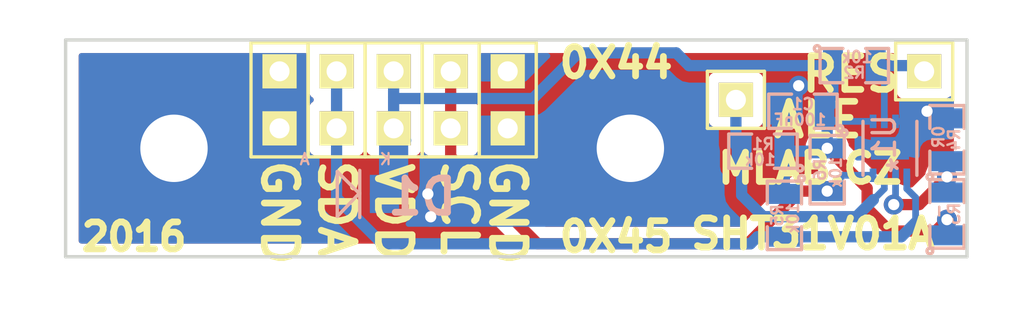
<source format=kicad_pcb>
(kicad_pcb (version 4) (host pcbnew 4.0.1-stable)

  (general
    (links 32)
    (no_connects 0)
    (area 117.475 79.297 164.005143 93.980001)
    (thickness 1.6)
    (drawings 16)
    (tracks 82)
    (zones 0)
    (modules 18)
    (nets 8)
  )

  (page A4)
  (layers
    (0 F.Cu signal)
    (31 B.Cu signal)
    (32 B.Adhes user)
    (33 F.Adhes user)
    (34 B.Paste user)
    (35 F.Paste user)
    (36 B.SilkS user)
    (37 F.SilkS user)
    (38 B.Mask user hide)
    (39 F.Mask user)
    (40 Dwgs.User user)
    (41 Cmts.User user)
    (42 Eco1.User user)
    (43 Eco2.User user)
    (44 Edge.Cuts user)
    (45 Margin user)
    (46 B.CrtYd user)
    (47 F.CrtYd user)
    (48 B.Fab user)
    (49 F.Fab user)
  )

  (setup
    (last_trace_width 0.3)
    (user_trace_width 0.3)
    (user_trace_width 0.4)
    (user_trace_width 0.5)
    (user_trace_width 0.6)
    (user_trace_width 1.3)
    (trace_clearance 0.2)
    (zone_clearance 0.508)
    (zone_45_only yes)
    (trace_min 0.2)
    (segment_width 0.2)
    (edge_width 0.15)
    (via_size 0.89)
    (via_drill 0.5)
    (via_min_size 0.4)
    (via_min_drill 0.3)
    (uvia_size 0.3)
    (uvia_drill 0.127)
    (uvias_allowed no)
    (uvia_min_size 0.2)
    (uvia_min_drill 0.1)
    (pcb_text_width 0.3)
    (pcb_text_size 1.5 1.5)
    (mod_edge_width 0.15)
    (mod_text_size 1 1)
    (mod_text_width 0.15)
    (pad_size 1.524 1.524)
    (pad_drill 0.762)
    (pad_to_mask_clearance 0.12)
    (aux_axis_origin 0 0)
    (visible_elements 7FFFFF7F)
    (pcbplotparams
      (layerselection 0x010e0_80000001)
      (usegerberextensions false)
      (excludeedgelayer true)
      (linewidth 0.300000)
      (plotframeref false)
      (viasonmask false)
      (mode 1)
      (useauxorigin false)
      (hpglpennumber 1)
      (hpglpenspeed 20)
      (hpglpendiameter 15)
      (hpglpenoverlay 2)
      (psnegative false)
      (psa4output false)
      (plotreference true)
      (plotvalue true)
      (plotinvisibletext false)
      (padsonsilk false)
      (subtractmaskfromsilk false)
      (outputformat 1)
      (mirror false)
      (drillshape 0)
      (scaleselection 1)
      (outputdirectory ../CAM_PROFI/))
  )

  (net 0 "")
  (net 1 /ALERT)
  (net 2 /nRESET)
  (net 3 +3V3)
  (net 4 /SDA)
  (net 5 /SCL)
  (net 6 GND)
  (net 7 "Net-(R3-Pad2)")

  (net_class Default "Toto je výchozí třída sítě."
    (clearance 0.2)
    (trace_width 0.3)
    (via_dia 0.89)
    (via_drill 0.5)
    (uvia_dia 0.3)
    (uvia_drill 0.127)
    (add_net +3V3)
    (add_net /ALERT)
    (add_net /SCL)
    (add_net /SDA)
    (add_net /nRESET)
    (add_net GND)
    (add_net "Net-(R3-Pad2)")
  )

  (module Mlab_Pin_Headers:Straight_1x01 (layer F.Cu) (tedit 56C1CC54) (tstamp 56C25D40)
    (at 150.241 84.582)
    (descr "pin header straight 1x01")
    (tags "pin header straight 1x01")
    (path /56C1A5C2)
    (fp_text reference J1 (at 0 -2.54) (layer F.SilkS) hide
      (effects (font (size 1.5 1.5) (thickness 0.15)))
    )
    (fp_text value CONN1_1 (at 0 2.54) (layer F.SilkS) hide
      (effects (font (size 1.5 1.5) (thickness 0.15)))
    )
    (fp_text user 1 (at -1.651 0) (layer F.SilkS) hide
      (effects (font (size 0.5 0.5) (thickness 0.05)))
    )
    (fp_line (start -1.27 -1.27) (end 1.27 -1.27) (layer F.SilkS) (width 0.15))
    (fp_line (start 1.27 -1.27) (end 1.27 1.27) (layer F.SilkS) (width 0.15))
    (fp_line (start 1.27 1.27) (end -1.27 1.27) (layer F.SilkS) (width 0.15))
    (fp_line (start -1.27 1.27) (end -1.27 -1.27) (layer F.SilkS) (width 0.15))
    (pad 1 thru_hole rect (at 0 0) (size 1.524 1.524) (drill 0.889) (layers *.Cu *.Mask F.SilkS)
      (net 1 /ALERT))
    (model Pin_Headers/Pin_Header_Straight_1x01.wrl
      (at (xyz 0 0 0))
      (scale (xyz 1 1 1))
      (rotate (xyz 0 0 90))
    )
  )

  (module Mlab_Pin_Headers:Straight_1x01 (layer F.Cu) (tedit 56C1CC5F) (tstamp 56C25D4A)
    (at 158.623 83.312)
    (descr "pin header straight 1x01")
    (tags "pin header straight 1x01")
    (path /56C1A764)
    (fp_text reference J2 (at 0 -2.54) (layer F.SilkS) hide
      (effects (font (size 1.5 1.5) (thickness 0.15)))
    )
    (fp_text value CONN1_1 (at 0 2.54) (layer F.SilkS) hide
      (effects (font (size 1.5 1.5) (thickness 0.15)))
    )
    (fp_text user 1 (at -1.651 0) (layer F.SilkS) hide
      (effects (font (size 0.5 0.5) (thickness 0.05)))
    )
    (fp_line (start -1.27 -1.27) (end 1.27 -1.27) (layer F.SilkS) (width 0.15))
    (fp_line (start 1.27 -1.27) (end 1.27 1.27) (layer F.SilkS) (width 0.15))
    (fp_line (start 1.27 1.27) (end -1.27 1.27) (layer F.SilkS) (width 0.15))
    (fp_line (start -1.27 1.27) (end -1.27 -1.27) (layer F.SilkS) (width 0.15))
    (pad 1 thru_hole rect (at 0 0) (size 1.524 1.524) (drill 0.889) (layers *.Cu *.Mask F.SilkS)
      (net 2 /nRESET))
    (model Pin_Headers/Pin_Header_Straight_1x01.wrl
      (at (xyz 0 0 0))
      (scale (xyz 1 1 1))
      (rotate (xyz 0 0 90))
    )
  )

  (module Mlab_Pin_Headers:Straight_1x02 (layer F.Cu) (tedit 5535DB0D) (tstamp 56C25D73)
    (at 135.001 84.582)
    (descr "pin header straight 1x02")
    (tags "pin header straight 1x02")
    (path /56C19DA8)
    (fp_text reference J9 (at 0 -3.81) (layer F.SilkS) hide
      (effects (font (size 1.5 1.5) (thickness 0.15)))
    )
    (fp_text value JUMP_2x1 (at 0 3.81) (layer F.SilkS) hide
      (effects (font (size 1.5 1.5) (thickness 0.15)))
    )
    (fp_text user 1 (at -1.651 -1.27) (layer F.SilkS) hide
      (effects (font (size 0.5 0.5) (thickness 0.05)))
    )
    (fp_line (start -1.27 -2.54) (end 1.27 -2.54) (layer F.SilkS) (width 0.15))
    (fp_line (start 1.27 -2.54) (end 1.27 2.54) (layer F.SilkS) (width 0.15))
    (fp_line (start 1.27 2.54) (end -1.27 2.54) (layer F.SilkS) (width 0.15))
    (fp_line (start -1.27 2.54) (end -1.27 -2.54) (layer F.SilkS) (width 0.15))
    (pad 2 thru_hole rect (at 0 1.27) (size 1.524 1.524) (drill 0.889) (layers *.Cu *.Mask F.SilkS)
      (net 3 +3V3))
    (pad 1 thru_hole rect (at 0 -1.27) (size 1.524 1.524) (drill 0.889) (layers *.Cu *.Mask F.SilkS)
      (net 3 +3V3))
    (model Pin_Headers/Pin_Header_Straight_1x02.wrl
      (at (xyz 0 0 0))
      (scale (xyz 1 1 1))
      (rotate (xyz 0 0 90))
    )
  )

  (module Mlab_Pin_Headers:Straight_1x02 (layer F.Cu) (tedit 5535DB0D) (tstamp 56C25D7E)
    (at 132.461 84.582)
    (descr "pin header straight 1x02")
    (tags "pin header straight 1x02")
    (path /56C19B98)
    (fp_text reference J10 (at 0 -3.81) (layer F.SilkS) hide
      (effects (font (size 1.5 1.5) (thickness 0.15)))
    )
    (fp_text value JUMP_2x1 (at 0 3.81) (layer F.SilkS) hide
      (effects (font (size 1.5 1.5) (thickness 0.15)))
    )
    (fp_text user 1 (at -1.651 -1.27) (layer F.SilkS) hide
      (effects (font (size 0.5 0.5) (thickness 0.05)))
    )
    (fp_line (start -1.27 -2.54) (end 1.27 -2.54) (layer F.SilkS) (width 0.15))
    (fp_line (start 1.27 -2.54) (end 1.27 2.54) (layer F.SilkS) (width 0.15))
    (fp_line (start 1.27 2.54) (end -1.27 2.54) (layer F.SilkS) (width 0.15))
    (fp_line (start -1.27 2.54) (end -1.27 -2.54) (layer F.SilkS) (width 0.15))
    (pad 2 thru_hole rect (at 0 1.27) (size 1.524 1.524) (drill 0.889) (layers *.Cu *.Mask F.SilkS)
      (net 4 /SDA))
    (pad 1 thru_hole rect (at 0 -1.27) (size 1.524 1.524) (drill 0.889) (layers *.Cu *.Mask F.SilkS)
      (net 4 /SDA))
    (model Pin_Headers/Pin_Header_Straight_1x02.wrl
      (at (xyz 0 0 0))
      (scale (xyz 1 1 1))
      (rotate (xyz 0 0 90))
    )
  )

  (module Mlab_Pin_Headers:Straight_1x02 (layer F.Cu) (tedit 5535DB0D) (tstamp 56C25D89)
    (at 137.541 84.582)
    (descr "pin header straight 1x02")
    (tags "pin header straight 1x02")
    (path /56C19D85)
    (fp_text reference J11 (at 0 -3.81) (layer F.SilkS) hide
      (effects (font (size 1.5 1.5) (thickness 0.15)))
    )
    (fp_text value JUMP_2x1 (at 0 3.81) (layer F.SilkS) hide
      (effects (font (size 1.5 1.5) (thickness 0.15)))
    )
    (fp_text user 1 (at -1.651 -1.27) (layer F.SilkS) hide
      (effects (font (size 0.5 0.5) (thickness 0.05)))
    )
    (fp_line (start -1.27 -2.54) (end 1.27 -2.54) (layer F.SilkS) (width 0.15))
    (fp_line (start 1.27 -2.54) (end 1.27 2.54) (layer F.SilkS) (width 0.15))
    (fp_line (start 1.27 2.54) (end -1.27 2.54) (layer F.SilkS) (width 0.15))
    (fp_line (start -1.27 2.54) (end -1.27 -2.54) (layer F.SilkS) (width 0.15))
    (pad 2 thru_hole rect (at 0 1.27) (size 1.524 1.524) (drill 0.889) (layers *.Cu *.Mask F.SilkS)
      (net 5 /SCL))
    (pad 1 thru_hole rect (at 0 -1.27) (size 1.524 1.524) (drill 0.889) (layers *.Cu *.Mask F.SilkS)
      (net 5 /SCL))
    (model Pin_Headers/Pin_Header_Straight_1x02.wrl
      (at (xyz 0 0 0))
      (scale (xyz 1 1 1))
      (rotate (xyz 0 0 90))
    )
  )

  (module Mlab_Pin_Headers:Straight_1x02 (layer F.Cu) (tedit 5535DB0D) (tstamp 56C25D94)
    (at 129.921 84.582)
    (descr "pin header straight 1x02")
    (tags "pin header straight 1x02")
    (path /56C19E76)
    (fp_text reference J12 (at 0 -3.81) (layer F.SilkS) hide
      (effects (font (size 1.5 1.5) (thickness 0.15)))
    )
    (fp_text value JUMP_2x1 (at 0 3.81) (layer F.SilkS) hide
      (effects (font (size 1.5 1.5) (thickness 0.15)))
    )
    (fp_text user 1 (at -1.651 -1.27) (layer F.SilkS) hide
      (effects (font (size 0.5 0.5) (thickness 0.05)))
    )
    (fp_line (start -1.27 -2.54) (end 1.27 -2.54) (layer F.SilkS) (width 0.15))
    (fp_line (start 1.27 -2.54) (end 1.27 2.54) (layer F.SilkS) (width 0.15))
    (fp_line (start 1.27 2.54) (end -1.27 2.54) (layer F.SilkS) (width 0.15))
    (fp_line (start -1.27 2.54) (end -1.27 -2.54) (layer F.SilkS) (width 0.15))
    (pad 2 thru_hole rect (at 0 1.27) (size 1.524 1.524) (drill 0.889) (layers *.Cu *.Mask F.SilkS)
      (net 6 GND))
    (pad 1 thru_hole rect (at 0 -1.27) (size 1.524 1.524) (drill 0.889) (layers *.Cu *.Mask F.SilkS)
      (net 6 GND))
    (model Pin_Headers/Pin_Header_Straight_1x02.wrl
      (at (xyz 0 0 0))
      (scale (xyz 1 1 1))
      (rotate (xyz 0 0 90))
    )
  )

  (module Mlab_Pin_Headers:Straight_1x02 (layer F.Cu) (tedit 5535DB0D) (tstamp 56C25D9F)
    (at 140.081 84.582)
    (descr "pin header straight 1x02")
    (tags "pin header straight 1x02")
    (path /56C19E9B)
    (fp_text reference J13 (at 0 -3.81) (layer F.SilkS) hide
      (effects (font (size 1.5 1.5) (thickness 0.15)))
    )
    (fp_text value JUMP_2x1 (at 0 3.81) (layer F.SilkS) hide
      (effects (font (size 1.5 1.5) (thickness 0.15)))
    )
    (fp_text user 1 (at -1.651 -1.27) (layer F.SilkS) hide
      (effects (font (size 0.5 0.5) (thickness 0.05)))
    )
    (fp_line (start -1.27 -2.54) (end 1.27 -2.54) (layer F.SilkS) (width 0.15))
    (fp_line (start 1.27 -2.54) (end 1.27 2.54) (layer F.SilkS) (width 0.15))
    (fp_line (start 1.27 2.54) (end -1.27 2.54) (layer F.SilkS) (width 0.15))
    (fp_line (start -1.27 2.54) (end -1.27 -2.54) (layer F.SilkS) (width 0.15))
    (pad 2 thru_hole rect (at 0 1.27) (size 1.524 1.524) (drill 0.889) (layers *.Cu *.Mask F.SilkS)
      (net 6 GND))
    (pad 1 thru_hole rect (at 0 -1.27) (size 1.524 1.524) (drill 0.889) (layers *.Cu *.Mask F.SilkS)
      (net 6 GND))
    (model Pin_Headers/Pin_Header_Straight_1x02.wrl
      (at (xyz 0 0 0))
      (scale (xyz 1 1 1))
      (rotate (xyz 0 0 90))
    )
  )

  (module Mlab_Mechanical:MountingHole_3mm placed (layer F.Cu) (tedit 5535DB2C) (tstamp 56C25DA5)
    (at 145.542 86.741)
    (descr "Mounting hole, Befestigungsbohrung, 3mm, No Annular, Kein Restring,")
    (tags "Mounting hole, Befestigungsbohrung, 3mm, No Annular, Kein Restring,")
    (path /56C1C849)
    (fp_text reference M1 (at 0 -4.191) (layer F.SilkS) hide
      (effects (font (thickness 0.3048)))
    )
    (fp_text value HOLE (at 0 4.191) (layer F.SilkS) hide
      (effects (font (thickness 0.3048)))
    )
    (fp_circle (center 0 0) (end 2.99974 0) (layer Cmts.User) (width 0.381))
    (pad 1 thru_hole circle (at 0 0) (size 6 6) (drill 3) (layers *.Cu *.Adhes *.Mask)
      (net 6 GND) (clearance 1) (zone_connect 2))
  )

  (module Mlab_Mechanical:MountingHole_3mm placed (layer F.Cu) (tedit 5535DB2C) (tstamp 56C25DAB)
    (at 125.222 86.741)
    (descr "Mounting hole, Befestigungsbohrung, 3mm, No Annular, Kein Restring,")
    (tags "Mounting hole, Befestigungsbohrung, 3mm, No Annular, Kein Restring,")
    (path /56C1CA93)
    (fp_text reference M2 (at 0 -4.191) (layer F.SilkS) hide
      (effects (font (thickness 0.3048)))
    )
    (fp_text value HOLE (at 0 4.191) (layer F.SilkS) hide
      (effects (font (thickness 0.3048)))
    )
    (fp_circle (center 0 0) (end 2.99974 0) (layer Cmts.User) (width 0.381))
    (pad 1 thru_hole circle (at 0 0) (size 6 6) (drill 3) (layers *.Cu *.Adhes *.Mask)
      (net 6 GND) (clearance 1) (zone_connect 2))
  )

  (module Mlab_R:SMD-0805 (layer B.Cu) (tedit 54799E0C) (tstamp 56C25DB8)
    (at 151.4475 86.868 180)
    (path /56C1BBCA)
    (attr smd)
    (fp_text reference R1 (at 0 0.3175 180) (layer B.SilkS)
      (effects (font (size 0.50038 0.50038) (thickness 0.10922)) (justify mirror))
    )
    (fp_text value 10k (at 0.127 -0.381 180) (layer B.SilkS)
      (effects (font (size 0.50038 0.50038) (thickness 0.10922)) (justify mirror))
    )
    (fp_circle (center -1.651 -0.762) (end -1.651 -0.635) (layer B.SilkS) (width 0.15))
    (fp_line (start -0.508 -0.762) (end -1.524 -0.762) (layer B.SilkS) (width 0.15))
    (fp_line (start -1.524 -0.762) (end -1.524 0.762) (layer B.SilkS) (width 0.15))
    (fp_line (start -1.524 0.762) (end -0.508 0.762) (layer B.SilkS) (width 0.15))
    (fp_line (start 0.508 0.762) (end 1.524 0.762) (layer B.SilkS) (width 0.15))
    (fp_line (start 1.524 0.762) (end 1.524 -0.762) (layer B.SilkS) (width 0.15))
    (fp_line (start 1.524 -0.762) (end 0.508 -0.762) (layer B.SilkS) (width 0.15))
    (pad 1 smd rect (at -0.9525 0 180) (size 0.889 1.397) (layers B.Cu B.Paste B.Mask)
      (net 3 +3V3))
    (pad 2 smd rect (at 0.9525 0 180) (size 0.889 1.397) (layers B.Cu B.Paste B.Mask)
      (net 1 /ALERT))
    (model MLAB_3D/Resistors/chip_cms.wrl
      (at (xyz 0 0 0))
      (scale (xyz 0.1 0.1 0.1))
      (rotate (xyz 0 0 0))
    )
  )

  (module Mlab_R:SMD-0805 (layer B.Cu) (tedit 54799E0C) (tstamp 56C25DC5)
    (at 155.5115 83.058)
    (path /56C1BBD0)
    (attr smd)
    (fp_text reference R2 (at 0 0.3175) (layer B.SilkS)
      (effects (font (size 0.50038 0.50038) (thickness 0.10922)) (justify mirror))
    )
    (fp_text value 10k (at 0.127 -0.381) (layer B.SilkS)
      (effects (font (size 0.50038 0.50038) (thickness 0.10922)) (justify mirror))
    )
    (fp_circle (center -1.651 -0.762) (end -1.651 -0.635) (layer B.SilkS) (width 0.15))
    (fp_line (start -0.508 -0.762) (end -1.524 -0.762) (layer B.SilkS) (width 0.15))
    (fp_line (start -1.524 -0.762) (end -1.524 0.762) (layer B.SilkS) (width 0.15))
    (fp_line (start -1.524 0.762) (end -0.508 0.762) (layer B.SilkS) (width 0.15))
    (fp_line (start 0.508 0.762) (end 1.524 0.762) (layer B.SilkS) (width 0.15))
    (fp_line (start 1.524 0.762) (end 1.524 -0.762) (layer B.SilkS) (width 0.15))
    (fp_line (start 1.524 -0.762) (end 0.508 -0.762) (layer B.SilkS) (width 0.15))
    (pad 1 smd rect (at -0.9525 0) (size 0.889 1.397) (layers B.Cu B.Paste B.Mask)
      (net 3 +3V3))
    (pad 2 smd rect (at 0.9525 0) (size 0.889 1.397) (layers B.Cu B.Paste B.Mask)
      (net 2 /nRESET))
    (model MLAB_3D/Resistors/chip_cms.wrl
      (at (xyz 0 0 0))
      (scale (xyz 0.1 0.1 0.1))
      (rotate (xyz 0 0 0))
    )
  )

  (module Mlab_R:SMD-0805 (layer B.Cu) (tedit 54799E0C) (tstamp 56C25DD2)
    (at 159.639 89.662 90)
    (path /56C1A90F)
    (attr smd)
    (fp_text reference R3 (at 0 0.3175 90) (layer B.SilkS)
      (effects (font (size 0.50038 0.50038) (thickness 0.10922)) (justify mirror))
    )
    (fp_text value - (at 0.127 -0.381 90) (layer B.SilkS)
      (effects (font (size 0.50038 0.50038) (thickness 0.10922)) (justify mirror))
    )
    (fp_circle (center -1.651 -0.762) (end -1.651 -0.635) (layer B.SilkS) (width 0.15))
    (fp_line (start -0.508 -0.762) (end -1.524 -0.762) (layer B.SilkS) (width 0.15))
    (fp_line (start -1.524 -0.762) (end -1.524 0.762) (layer B.SilkS) (width 0.15))
    (fp_line (start -1.524 0.762) (end -0.508 0.762) (layer B.SilkS) (width 0.15))
    (fp_line (start 0.508 0.762) (end 1.524 0.762) (layer B.SilkS) (width 0.15))
    (fp_line (start 1.524 0.762) (end 1.524 -0.762) (layer B.SilkS) (width 0.15))
    (fp_line (start 1.524 -0.762) (end 0.508 -0.762) (layer B.SilkS) (width 0.15))
    (pad 1 smd rect (at -0.9525 0 90) (size 0.889 1.397) (layers B.Cu B.Paste B.Mask)
      (net 3 +3V3))
    (pad 2 smd rect (at 0.9525 0 90) (size 0.889 1.397) (layers B.Cu B.Paste B.Mask)
      (net 7 "Net-(R3-Pad2)"))
    (model MLAB_3D/Resistors/chip_cms.wrl
      (at (xyz 0 0 0))
      (scale (xyz 0.1 0.1 0.1))
      (rotate (xyz 0 0 0))
    )
  )

  (module Mlab_R:SMD-0805 (layer B.Cu) (tedit 54799E0C) (tstamp 56C25DDF)
    (at 159.639 86.36 90)
    (path /56C1AAEA)
    (attr smd)
    (fp_text reference R4 (at 0 0.3175 90) (layer B.SilkS)
      (effects (font (size 0.50038 0.50038) (thickness 0.10922)) (justify mirror))
    )
    (fp_text value 0R (at 0.127 -0.381 90) (layer B.SilkS)
      (effects (font (size 0.50038 0.50038) (thickness 0.10922)) (justify mirror))
    )
    (fp_circle (center -1.651 -0.762) (end -1.651 -0.635) (layer B.SilkS) (width 0.15))
    (fp_line (start -0.508 -0.762) (end -1.524 -0.762) (layer B.SilkS) (width 0.15))
    (fp_line (start -1.524 -0.762) (end -1.524 0.762) (layer B.SilkS) (width 0.15))
    (fp_line (start -1.524 0.762) (end -0.508 0.762) (layer B.SilkS) (width 0.15))
    (fp_line (start 0.508 0.762) (end 1.524 0.762) (layer B.SilkS) (width 0.15))
    (fp_line (start 1.524 0.762) (end 1.524 -0.762) (layer B.SilkS) (width 0.15))
    (fp_line (start 1.524 -0.762) (end 0.508 -0.762) (layer B.SilkS) (width 0.15))
    (pad 1 smd rect (at -0.9525 0 90) (size 0.889 1.397) (layers B.Cu B.Paste B.Mask)
      (net 7 "Net-(R3-Pad2)"))
    (pad 2 smd rect (at 0.9525 0 90) (size 0.889 1.397) (layers B.Cu B.Paste B.Mask)
      (net 6 GND))
    (model MLAB_3D/Resistors/chip_cms.wrl
      (at (xyz 0 0 0))
      (scale (xyz 0.1 0.1 0.1))
      (rotate (xyz 0 0 0))
    )
  )

  (module Mlab_R:SMD-0805 (layer B.Cu) (tedit 54799E0C) (tstamp 56C25DEC)
    (at 152.4 89.7255 270)
    (path /56C197F1)
    (attr smd)
    (fp_text reference R5 (at 0 0.3175 270) (layer B.SilkS)
      (effects (font (size 0.50038 0.50038) (thickness 0.10922)) (justify mirror))
    )
    (fp_text value 10k (at 0.127 -0.381 270) (layer B.SilkS)
      (effects (font (size 0.50038 0.50038) (thickness 0.10922)) (justify mirror))
    )
    (fp_circle (center -1.651 -0.762) (end -1.651 -0.635) (layer B.SilkS) (width 0.15))
    (fp_line (start -0.508 -0.762) (end -1.524 -0.762) (layer B.SilkS) (width 0.15))
    (fp_line (start -1.524 -0.762) (end -1.524 0.762) (layer B.SilkS) (width 0.15))
    (fp_line (start -1.524 0.762) (end -0.508 0.762) (layer B.SilkS) (width 0.15))
    (fp_line (start 0.508 0.762) (end 1.524 0.762) (layer B.SilkS) (width 0.15))
    (fp_line (start 1.524 0.762) (end 1.524 -0.762) (layer B.SilkS) (width 0.15))
    (fp_line (start 1.524 -0.762) (end 0.508 -0.762) (layer B.SilkS) (width 0.15))
    (pad 1 smd rect (at -0.9525 0 270) (size 0.889 1.397) (layers B.Cu B.Paste B.Mask)
      (net 3 +3V3))
    (pad 2 smd rect (at 0.9525 0 270) (size 0.889 1.397) (layers B.Cu B.Paste B.Mask)
      (net 4 /SDA))
    (model MLAB_3D/Resistors/chip_cms.wrl
      (at (xyz 0 0 0))
      (scale (xyz 0.1 0.1 0.1))
      (rotate (xyz 0 0 0))
    )
  )

  (module Mlab_R:SMD-0805 (layer B.Cu) (tedit 54799E0C) (tstamp 56C25DF9)
    (at 154.305 87.6935 270)
    (path /56C19962)
    (attr smd)
    (fp_text reference R6 (at 0 0.3175 270) (layer B.SilkS)
      (effects (font (size 0.50038 0.50038) (thickness 0.10922)) (justify mirror))
    )
    (fp_text value 10k (at 0.127 -0.381 270) (layer B.SilkS)
      (effects (font (size 0.50038 0.50038) (thickness 0.10922)) (justify mirror))
    )
    (fp_circle (center -1.651 -0.762) (end -1.651 -0.635) (layer B.SilkS) (width 0.15))
    (fp_line (start -0.508 -0.762) (end -1.524 -0.762) (layer B.SilkS) (width 0.15))
    (fp_line (start -1.524 -0.762) (end -1.524 0.762) (layer B.SilkS) (width 0.15))
    (fp_line (start -1.524 0.762) (end -0.508 0.762) (layer B.SilkS) (width 0.15))
    (fp_line (start 0.508 0.762) (end 1.524 0.762) (layer B.SilkS) (width 0.15))
    (fp_line (start 1.524 0.762) (end 1.524 -0.762) (layer B.SilkS) (width 0.15))
    (fp_line (start 1.524 -0.762) (end 0.508 -0.762) (layer B.SilkS) (width 0.15))
    (pad 1 smd rect (at -0.9525 0 270) (size 0.889 1.397) (layers B.Cu B.Paste B.Mask)
      (net 3 +3V3))
    (pad 2 smd rect (at 0.9525 0 270) (size 0.889 1.397) (layers B.Cu B.Paste B.Mask)
      (net 5 /SCL))
    (model MLAB_3D/Resistors/chip_cms.wrl
      (at (xyz 0 0 0))
      (scale (xyz 0.1 0.1 0.1))
      (rotate (xyz 0 0 0))
    )
  )

  (module Mlab_R:SMD-0805 (layer B.Cu) (tedit 54799E0C) (tstamp 56C28E5D)
    (at 153.2255 85.09 180)
    (path /56C20231)
    (attr smd)
    (fp_text reference C1 (at 0 0.3175 180) (layer B.SilkS)
      (effects (font (size 0.50038 0.50038) (thickness 0.10922)) (justify mirror))
    )
    (fp_text value 100nF (at 0.127 -0.381 180) (layer B.SilkS)
      (effects (font (size 0.50038 0.50038) (thickness 0.10922)) (justify mirror))
    )
    (fp_circle (center -1.651 -0.762) (end -1.651 -0.635) (layer B.SilkS) (width 0.15))
    (fp_line (start -0.508 -0.762) (end -1.524 -0.762) (layer B.SilkS) (width 0.15))
    (fp_line (start -1.524 -0.762) (end -1.524 0.762) (layer B.SilkS) (width 0.15))
    (fp_line (start -1.524 0.762) (end -0.508 0.762) (layer B.SilkS) (width 0.15))
    (fp_line (start 0.508 0.762) (end 1.524 0.762) (layer B.SilkS) (width 0.15))
    (fp_line (start 1.524 0.762) (end 1.524 -0.762) (layer B.SilkS) (width 0.15))
    (fp_line (start 1.524 -0.762) (end 0.508 -0.762) (layer B.SilkS) (width 0.15))
    (pad 1 smd rect (at -0.9525 0 180) (size 0.889 1.397) (layers B.Cu B.Paste B.Mask)
      (net 3 +3V3))
    (pad 2 smd rect (at 0.9525 0 180) (size 0.889 1.397) (layers B.Cu B.Paste B.Mask)
      (net 6 GND))
    (model MLAB_3D/Resistors/chip_cms.wrl
      (at (xyz 0 0 0))
      (scale (xyz 0.1 0.1 0.1))
      (rotate (xyz 0 0 0))
    )
  )

  (module Mlab_IO:DFN-8-1EP_2.4x2.4mm_Pitch0.5mm (layer B.Cu) (tedit 56E1185F) (tstamp 56C28E71)
    (at 157.099 86.741 90)
    (descr "DFN8 2x2, 0.5mm pin")
    (tags "DFN 0.5")
    (path /56C19730)
    (attr smd)
    (fp_text reference U1 (at 0.508 -0.254 90) (layer B.SilkS)
      (effects (font (size 1 1) (thickness 0.15)) (justify mirror))
    )
    (fp_text value SHT31 (at 0 -2.075 90) (layer B.Fab)
      (effects (font (size 1 1) (thickness 0.15)) (justify mirror))
    )
    (fp_text user * (at -0.7493 0.4318 90) (layer B.SilkS)
      (effects (font (size 1 1) (thickness 0.15)) (justify mirror))
    )
    (fp_line (start -1.2 1.2) (end 1.2 1.2) (layer B.SilkS) (width 0.15))
    (fp_line (start -1.4 1.35) (end -1.4 -1.35) (layer B.CrtYd) (width 0.05))
    (fp_line (start 1.4 1.35) (end 1.4 -1.35) (layer B.CrtYd) (width 0.05))
    (fp_line (start -1.4 1.35) (end 1.4 1.35) (layer B.CrtYd) (width 0.05))
    (fp_line (start -1.4 -1.35) (end 1.4 -1.35) (layer B.CrtYd) (width 0.05))
    (fp_line (start -1.2 -1.2) (end 1.2 -1.2) (layer B.SilkS) (width 0.15))
    (pad 1 smd rect (at -1.2 0.75 90) (size 0.6 0.3) (layers B.Cu B.Paste B.Mask)
      (net 4 /SDA))
    (pad 2 smd rect (at -1.2 0.25 90) (size 0.6 0.3) (layers B.Cu B.Paste B.Mask)
      (net 7 "Net-(R3-Pad2)"))
    (pad 3 smd rect (at -1.2 -0.25 90) (size 0.6 0.3) (layers B.Cu B.Paste B.Mask)
      (net 1 /ALERT))
    (pad 4 smd rect (at -1.2 -0.75 90) (size 0.6 0.3) (layers B.Cu B.Paste B.Mask)
      (net 5 /SCL))
    (pad 5 smd rect (at 1.2 -0.75 90) (size 0.6 0.3) (layers B.Cu B.Paste B.Mask)
      (net 3 +3V3))
    (pad 6 smd rect (at 1.2 -0.25 90) (size 0.6 0.3) (layers B.Cu B.Paste B.Mask)
      (net 2 /nRESET))
    (pad 7 smd rect (at 1.2 0.25 90) (size 0.6 0.3) (layers B.Cu B.Paste B.Mask)
      (net 6 GND))
    (pad 8 smd rect (at 1.2 0.75 90) (size 0.6 0.3) (layers B.Cu B.Paste B.Mask)
      (net 6 GND))
    (pad 9 smd rect (at 0 0 90) (size 1 1.7) (layers B.Cu B.Paste B.Mask)
      (net 6 GND) (solder_paste_margin_ratio -0.2))
    (model Housings_DFN_QFN.3dshapes/DFN-8-1EP_2x2mm_Pitch0.5mm.wrl
      (at (xyz 0 0 0))
      (scale (xyz 1 1 1))
      (rotate (xyz 0 0 0))
    )
  )

  (module Mlab_D:Diode-MiniMELF_Standard (layer B.Cu) (tedit 547999ED) (tstamp 56C1AF1E)
    (at 132.842 88.773)
    (descr "Diode Mini-MELF Standard")
    (tags "Diode Mini-MELF Standard")
    (path /56C21A96)
    (attr smd)
    (fp_text reference D1 (at 3.429 0.127) (layer B.SilkS)
      (effects (font (thickness 0.3048)) (justify mirror))
    )
    (fp_text value BZV55C-5,6V (at 0 -3.81) (layer B.SilkS) hide
      (effects (font (thickness 0.3048)) (justify mirror))
    )
    (fp_line (start 0.65024 -0.0508) (end -0.35052 1.00076) (layer B.SilkS) (width 0.15))
    (fp_line (start -0.35052 1.00076) (end -0.35052 -1.00076) (layer B.SilkS) (width 0.15))
    (fp_line (start -0.35052 -1.00076) (end 0.65024 0) (layer B.SilkS) (width 0.15))
    (fp_line (start 0.65024 1.04902) (end 0.65024 -1.04902) (layer B.SilkS) (width 0.15))
    (fp_text user A (at -1.80086 -1.5494) (layer B.SilkS)
      (effects (font (size 0.50038 0.50038) (thickness 0.09906)) (justify mirror))
    )
    (fp_text user K (at 1.80086 -1.5494) (layer B.SilkS)
      (effects (font (size 0.50038 0.50038) (thickness 0.09906)) (justify mirror))
    )
    (fp_circle (center 0 0) (end 0 -0.55118) (layer B.Adhes) (width 0.381))
    (fp_circle (center 0 0) (end 0 -0.20066) (layer B.Adhes) (width 0.381))
    (pad 1 smd rect (at -1.75006 0) (size 1.30048 1.69926) (layers B.Cu B.Paste B.Mask)
      (net 6 GND))
    (pad 2 smd rect (at 1.75006 0) (size 1.30048 1.69926) (layers B.Cu B.Paste B.Mask)
      (net 3 +3V3))
    (model MLAB_3D/Diodes/MiniMELF_DO213AA.wrl
      (at (xyz 0 0 0))
      (scale (xyz 0.3937 0.3937 0.3937))
      (rotate (xyz 0 0 0))
    )
  )

  (gr_text 0X45 (at 144.907 90.678) (layer F.SilkS)
    (effects (font (size 1.3 1.3) (thickness 0.3)))
  )
  (gr_text 0X44 (at 144.907 82.931) (layer F.SilkS)
    (effects (font (size 1.3 1.3) (thickness 0.3)))
  )
  (gr_text 2016 (at 123.444 90.678) (layer F.SilkS)
    (effects (font (size 1.2 1.2) (thickness 0.3)))
  )
  (gr_text MLAB.CZ (at 153.543 87.63) (layer F.SilkS)
    (effects (font (size 1.3 1.3) (thickness 0.3)))
  )
  (gr_text SHT31V01A (at 153.67 90.551) (layer F.SilkS)
    (effects (font (size 1.3 1.3) (thickness 0.3)))
  )
  (gr_text ALE (at 151.765 85.471) (layer F.SilkS)
    (effects (font (size 1.5 1.5) (thickness 0.3)) (justify left))
  )
  (gr_text RES (at 153.035 83.439) (layer F.SilkS)
    (effects (font (size 1.5 1.5) (thickness 0.3)) (justify left))
  )
  (gr_text GND (at 140.081 87.122 270) (layer F.SilkS)
    (effects (font (size 1.5 1.5) (thickness 0.3)) (justify left))
  )
  (gr_text SCL (at 137.922 87.122 270) (layer F.SilkS)
    (effects (font (size 1.5 1.5) (thickness 0.3)) (justify left))
  )
  (gr_text VDD (at 135.001 87.249 270) (layer F.SilkS)
    (effects (font (size 1.5 1.5) (thickness 0.3)) (justify left))
  )
  (gr_text SDA (at 132.461 87.122 270) (layer F.SilkS)
    (effects (font (size 1.5 1.5) (thickness 0.3)) (justify left))
  )
  (gr_text GND (at 129.921 87.122 270) (layer F.SilkS)
    (effects (font (size 1.5 1.5) (thickness 0.3)) (justify left))
  )
  (gr_line (start 120.396 91.567) (end 120.396 81.915) (angle 90) (layer Edge.Cuts) (width 0.15))
  (gr_line (start 120.396 91.567) (end 160.528 91.567) (angle 90) (layer Edge.Cuts) (width 0.15))
  (gr_line (start 160.528 81.915) (end 160.528 91.567) (angle 90) (layer Edge.Cuts) (width 0.15))
  (gr_line (start 120.396 81.915) (end 160.528 81.915) (angle 90) (layer Edge.Cuts) (width 0.15))

  (segment (start 150.495 86.868) (end 150.495 88.821002) (width 0.5) (layer B.Cu) (net 1))
  (segment (start 150.495 88.821002) (end 151.457497 89.783499) (width 0.5) (layer B.Cu) (net 1))
  (segment (start 155.606501 89.783499) (end 156.363 89.027) (width 0.5) (layer B.Cu) (net 1))
  (segment (start 151.457497 89.783499) (end 155.606501 89.783499) (width 0.5) (layer B.Cu) (net 1))
  (segment (start 150.241 84.582) (end 150.241 86.614) (width 0.5) (layer B.Cu) (net 1))
  (segment (start 150.241 86.614) (end 150.495 86.868) (width 0.5) (layer B.Cu) (net 1))
  (segment (start 156.849 87.941) (end 156.849 88.541) (width 0.3) (layer B.Cu) (net 1))
  (segment (start 156.849 88.541) (end 156.363 89.027) (width 0.3) (layer B.Cu) (net 1))
  (segment (start 156.464 83.058) (end 158.369 83.058) (width 0.5) (layer B.Cu) (net 2))
  (segment (start 158.369 83.058) (end 158.623 83.312) (width 0.5) (layer B.Cu) (net 2))
  (segment (start 156.849 85.541) (end 156.849 83.443) (width 0.3) (layer B.Cu) (net 2))
  (segment (start 156.849 83.443) (end 156.464 83.058) (width 0.3) (layer B.Cu) (net 2))
  (segment (start 135.001 85.852) (end 135.001 88.36406) (width 1.3) (layer B.Cu) (net 3))
  (segment (start 135.001 88.36406) (end 134.59206 88.773) (width 1.3) (layer B.Cu) (net 3))
  (segment (start 156.083 88.519) (end 154.305 86.741) (width 0.5) (layer F.Cu) (net 3))
  (segment (start 156.083 89.408) (end 156.083 88.519) (width 0.5) (layer F.Cu) (net 3))
  (segment (start 159.639 89.916) (end 159.131 90.424) (width 0.5) (layer F.Cu) (net 3))
  (segment (start 159.131 90.424) (end 157.099 90.424) (width 0.5) (layer F.Cu) (net 3))
  (segment (start 157.099 90.424) (end 156.083 89.408) (width 0.5) (layer F.Cu) (net 3))
  (via (at 154.305 86.741) (size 0.89) (drill 0.5) (layers F.Cu B.Cu) (net 3))
  (segment (start 159.639 90.6145) (end 159.639 89.916) (width 0.5) (layer B.Cu) (net 3))
  (via (at 159.639 89.916) (size 0.89) (drill 0.5) (layers F.Cu B.Cu) (net 3))
  (segment (start 135.53694 86.38794) (end 135.001 85.852) (width 0.5) (layer B.Cu) (net 3))
  (segment (start 152.4 88.773) (end 152.4 86.868) (width 0.5) (layer B.Cu) (net 3))
  (segment (start 156.349 85.541) (end 154.629 85.541) (width 0.3) (layer B.Cu) (net 3))
  (segment (start 154.629 85.541) (end 154.178 85.09) (width 0.3) (layer B.Cu) (net 3))
  (segment (start 154.559 83.058) (end 154.559 84.709) (width 0.5) (layer B.Cu) (net 3))
  (segment (start 154.559 84.709) (end 154.178 85.09) (width 0.5) (layer B.Cu) (net 3))
  (segment (start 154.305 86.741) (end 154.305 85.217) (width 0.5) (layer B.Cu) (net 3))
  (segment (start 154.305 85.217) (end 154.178 85.09) (width 0.5) (layer B.Cu) (net 3))
  (segment (start 152.4 86.868) (end 154.178 86.868) (width 0.5) (layer B.Cu) (net 3))
  (segment (start 154.178 86.868) (end 154.305 86.741) (width 0.5) (layer B.Cu) (net 3))
  (segment (start 135.001 85.852) (end 135.001 84.455) (width 0.5) (layer B.Cu) (net 3))
  (segment (start 135.001 84.455) (end 135.001 83.312) (width 0.5) (layer B.Cu) (net 3))
  (segment (start 154.559 83.058) (end 148.149002 83.058) (width 0.5) (layer B.Cu) (net 3))
  (segment (start 148.149002 83.058) (end 147.582001 82.490999) (width 0.5) (layer B.Cu) (net 3))
  (segment (start 147.582001 82.490999) (end 143.236003 82.490999) (width 0.5) (layer B.Cu) (net 3))
  (segment (start 143.236003 82.490999) (end 141.203001 84.524001) (width 0.5) (layer B.Cu) (net 3))
  (segment (start 141.203001 84.524001) (end 135.070001 84.524001) (width 0.5) (layer B.Cu) (net 3))
  (segment (start 135.070001 84.524001) (end 135.001 84.455) (width 0.5) (layer B.Cu) (net 3))
  (segment (start 152.4 90.678) (end 151.2015 90.678) (width 0.5) (layer B.Cu) (net 4))
  (segment (start 151.2015 90.678) (end 150.888499 90.991001) (width 0.5) (layer B.Cu) (net 4))
  (segment (start 150.888499 90.991001) (end 134.500189 90.991001) (width 0.5) (layer B.Cu) (net 4))
  (segment (start 134.500189 90.991001) (end 132.461 88.951812) (width 0.5) (layer B.Cu) (net 4))
  (segment (start 132.461 88.951812) (end 132.461 87.114) (width 0.5) (layer B.Cu) (net 4))
  (segment (start 132.461 87.114) (end 132.461 85.852) (width 0.5) (layer B.Cu) (net 4))
  (segment (start 132.461 83.312) (end 132.461 85.852) (width 0.5) (layer B.Cu) (net 4))
  (segment (start 158.242 90.043) (end 157.607 90.678) (width 0.5) (layer B.Cu) (net 4))
  (segment (start 157.607 90.678) (end 152.4 90.678) (width 0.5) (layer B.Cu) (net 4))
  (segment (start 158.242 88.934) (end 158.242 90.043) (width 0.3) (layer B.Cu) (net 4))
  (segment (start 157.849 87.941) (end 157.849 88.541) (width 0.3) (layer B.Cu) (net 4))
  (segment (start 157.849 88.541) (end 158.242 88.934) (width 0.3) (layer B.Cu) (net 4))
  (segment (start 137.541 85.852) (end 137.541 83.312) (width 0.5) (layer F.Cu) (net 5))
  (segment (start 137.541 85.852) (end 137.541 87.114) (width 0.5) (layer F.Cu) (net 5))
  (segment (start 137.541 87.114) (end 141.418001 90.991001) (width 0.5) (layer F.Cu) (net 5))
  (segment (start 141.418001 90.991001) (end 150.761499 90.991001) (width 0.5) (layer F.Cu) (net 5))
  (segment (start 150.761499 90.991001) (end 153.1065 88.646) (width 0.5) (layer F.Cu) (net 5))
  (segment (start 153.1065 88.646) (end 154.305 88.646) (width 0.5) (layer F.Cu) (net 5))
  (via (at 154.305 88.646) (size 0.89) (drill 0.5) (layers F.Cu B.Cu) (net 5))
  (segment (start 156.349 87.941) (end 155.01 87.941) (width 0.3) (layer B.Cu) (net 5))
  (segment (start 155.01 87.941) (end 154.305 88.646) (width 0.3) (layer B.Cu) (net 5))
  (segment (start 136.525 88.773) (end 136.652 89.789) (width 0.3) (layer B.Cu) (net 6))
  (via (at 136.652 89.789) (size 0.89) (drill 0.5) (layers F.Cu B.Cu) (net 6))
  (segment (start 129.921 85.852) (end 129.921 86.914) (width 0.3) (layer F.Cu) (net 6))
  (segment (start 129.921 86.914) (end 132.161 89.154) (width 0.3) (layer F.Cu) (net 6))
  (segment (start 132.161 89.154) (end 136.525 88.773) (width 0.3) (layer F.Cu) (net 6))
  (via (at 136.525 88.773) (size 0.89) (drill 0.5) (layers F.Cu B.Cu) (net 6))
  (segment (start 157.349 85.541) (end 157.849 85.541) (width 0.3) (layer B.Cu) (net 6))
  (segment (start 159.639 85.4075) (end 159.0675 85.4075) (width 0.5) (layer B.Cu) (net 6))
  (segment (start 159.0675 85.4075) (end 158.75 85.09) (width 0.5) (layer B.Cu) (net 6))
  (via (at 158.75 85.09) (size 0.89) (drill 0.5) (layers F.Cu B.Cu) (net 6))
  (segment (start 152.273 85.09) (end 152.273 84.71501) (width 0.5) (layer B.Cu) (net 6))
  (segment (start 152.273 84.71501) (end 153.035 83.95301) (width 0.5) (layer B.Cu) (net 6))
  (via (at 153.035 83.95301) (size 0.89) (drill 0.5) (layers F.Cu B.Cu) (net 6))
  (segment (start 159.639 88.7095) (end 159.639 88.011) (width 0.5) (layer B.Cu) (net 7))
  (segment (start 159.639 88.011) (end 159.639 87.3125) (width 0.5) (layer B.Cu) (net 7))
  (segment (start 157.268139 89.246174) (end 158.403826 89.246174) (width 0.5) (layer F.Cu) (net 7))
  (segment (start 158.403826 89.246174) (end 159.639 88.011) (width 0.5) (layer F.Cu) (net 7))
  (via (at 159.639 88.011) (size 0.89) (drill 0.5) (layers F.Cu B.Cu) (net 7))
  (segment (start 157.349 87.941) (end 157.349 89.165313) (width 0.3) (layer B.Cu) (net 7))
  (segment (start 157.349 89.165313) (end 157.268139 89.246174) (width 0.3) (layer B.Cu) (net 7))
  (via (at 157.268139 89.246174) (size 0.89) (drill 0.5) (layers F.Cu B.Cu) (net 7))

  (zone (net 6) (net_name GND) (layer F.Cu) (tstamp 56C1CA9C) (hatch edge 0.508)
    (priority 1)
    (connect_pads yes (clearance 0.508))
    (min_thickness 0.254)
    (fill yes (arc_segments 16) (thermal_gap 0.508) (thermal_bridge_width 0.508))
    (polygon
      (pts
        (xy 120.015 81.661) (xy 161.163 81.661) (xy 161.163 92.456) (xy 118.745 92.456) (xy 118.745 81.661)
        (xy 119.888 81.661)
      )
    )
    (filled_polygon
      (pts
        (xy 131.05156 84.074) (xy 131.095838 84.309317) (xy 131.23491 84.525441) (xy 131.31677 84.581374) (xy 131.247559 84.62591)
        (xy 131.102569 84.83811) (xy 131.05156 85.09) (xy 131.05156 86.614) (xy 131.095838 86.849317) (xy 131.23491 87.065441)
        (xy 131.44711 87.210431) (xy 131.699 87.26144) (xy 133.223 87.26144) (xy 133.458317 87.217162) (xy 133.674441 87.07809)
        (xy 133.730374 86.99623) (xy 133.77491 87.065441) (xy 133.98711 87.210431) (xy 134.239 87.26144) (xy 135.763 87.26144)
        (xy 135.998317 87.217162) (xy 136.214441 87.07809) (xy 136.270374 86.99623) (xy 136.31491 87.065441) (xy 136.52711 87.210431)
        (xy 136.681396 87.241675) (xy 136.703653 87.353569) (xy 136.723367 87.452675) (xy 136.870132 87.672325) (xy 136.91521 87.73979)
        (xy 140.032421 90.857) (xy 121.106 90.857) (xy 121.106 82.625) (xy 131.05156 82.625)
      )
    )
    (filled_polygon
      (pts
        (xy 157.21356 84.074) (xy 157.257838 84.309317) (xy 157.39691 84.525441) (xy 157.60911 84.670431) (xy 157.861 84.72144)
        (xy 159.385 84.72144) (xy 159.620317 84.677162) (xy 159.818 84.549956) (xy 159.818 86.931156) (xy 159.425117 86.930813)
        (xy 159.028029 87.094887) (xy 158.723955 87.398431) (xy 158.559188 87.795232) (xy 158.55915 87.839271) (xy 158.037246 88.361174)
        (xy 157.910701 88.361174) (xy 157.880708 88.331129) (xy 157.483907 88.166362) (xy 157.054256 88.165987) (xy 156.909665 88.225731)
        (xy 156.900633 88.180326) (xy 156.900633 88.180325) (xy 156.70879 87.89321) (xy 156.708787 87.893208) (xy 155.38515 86.56957)
        (xy 155.385187 86.527117) (xy 155.221113 86.130029) (xy 154.917569 85.825955) (xy 154.520768 85.661188) (xy 154.091117 85.660813)
        (xy 153.694029 85.824887) (xy 153.389955 86.128431) (xy 153.225188 86.525232) (xy 153.224813 86.954883) (xy 153.388887 87.351971)
        (xy 153.692431 87.656045) (xy 153.782363 87.693388) (xy 153.694029 87.729887) (xy 153.662862 87.761) (xy 153.106505 87.761)
        (xy 153.1065 87.760999) (xy 152.805806 87.820812) (xy 152.767825 87.828367) (xy 152.48071 88.02021) (xy 152.480708 88.020213)
        (xy 150.394919 90.106001) (xy 141.78458 90.106001) (xy 138.755346 87.076766) (xy 138.899431 86.86589) (xy 138.95044 86.614)
        (xy 138.95044 85.09) (xy 138.906162 84.854683) (xy 138.76709 84.638559) (xy 138.68523 84.582626) (xy 138.754441 84.53809)
        (xy 138.899431 84.32589) (xy 138.95044 84.074) (xy 138.95044 83.82) (xy 148.83156 83.82) (xy 148.83156 85.344)
        (xy 148.875838 85.579317) (xy 149.01491 85.795441) (xy 149.22711 85.940431) (xy 149.479 85.99144) (xy 151.003 85.99144)
        (xy 151.238317 85.947162) (xy 151.454441 85.80809) (xy 151.599431 85.59589) (xy 151.65044 85.344) (xy 151.65044 83.82)
        (xy 151.606162 83.584683) (xy 151.46709 83.368559) (xy 151.25489 83.223569) (xy 151.003 83.17256) (xy 149.479 83.17256)
        (xy 149.243683 83.216838) (xy 149.027559 83.35591) (xy 148.882569 83.56811) (xy 148.83156 83.82) (xy 138.95044 83.82)
        (xy 138.95044 82.625) (xy 157.21356 82.625)
      )
    )
  )
  (zone (net 6) (net_name GND) (layer B.Cu) (tstamp 56C1CAB0) (hatch edge 0.508)
    (priority 1)
    (connect_pads yes (clearance 0.508))
    (min_thickness 0.254)
    (fill yes (arc_segments 16) (thermal_gap 0.508) (thermal_bridge_width 0.508))
    (polygon
      (pts
        (xy 117.729 80.137) (xy 163.068 80.137) (xy 163.068 93.98) (xy 117.475 93.98) (xy 117.475 80.137)
        (xy 117.729 80.137)
      )
    )
    (filled_polygon
      (pts
        (xy 131.05156 84.074) (xy 131.095838 84.309317) (xy 131.23491 84.525441) (xy 131.31677 84.581374) (xy 131.247559 84.62591)
        (xy 131.102569 84.83811) (xy 131.05156 85.09) (xy 131.05156 86.614) (xy 131.095838 86.849317) (xy 131.23491 87.065441)
        (xy 131.44711 87.210431) (xy 131.576 87.236532) (xy 131.576 88.951807) (xy 131.575999 88.951812) (xy 131.628849 89.2175)
        (xy 131.643367 89.290487) (xy 131.776061 89.489079) (xy 131.83521 89.577602) (xy 133.114609 90.857) (xy 121.106 90.857)
        (xy 121.106 82.625) (xy 131.05156 82.625)
      )
    )
    (filled_polygon
      (pts
        (xy 147.52321 83.683787) (xy 147.523212 83.68379) (xy 147.613413 83.74406) (xy 147.810328 83.875634) (xy 148.149002 83.943001)
        (xy 148.149007 83.943) (xy 148.83156 83.943) (xy 148.83156 85.344) (xy 148.875838 85.579317) (xy 149.01491 85.795441)
        (xy 149.22711 85.940431) (xy 149.356 85.966532) (xy 149.356 86.613995) (xy 149.355999 86.614) (xy 149.402808 86.849317)
        (xy 149.40306 86.850585) (xy 149.40306 87.5665) (xy 149.447338 87.801817) (xy 149.58641 88.017941) (xy 149.61 88.034059)
        (xy 149.61 88.820997) (xy 149.609999 88.821002) (xy 149.665172 89.098367) (xy 149.677367 89.159677) (xy 149.830807 89.389317)
        (xy 149.86921 89.446792) (xy 150.52517 90.102751) (xy 150.52192 90.106001) (xy 135.663777 90.106001) (xy 135.693741 90.08672)
        (xy 135.838731 89.87452) (xy 135.88974 89.62263) (xy 135.88974 89.292585) (xy 135.909632 89.272693) (xy 136.188185 88.855809)
        (xy 136.204657 88.773) (xy 136.286 88.36406) (xy 136.286 87.020514) (xy 136.31491 87.065441) (xy 136.52711 87.210431)
        (xy 136.779 87.26144) (xy 138.303 87.26144) (xy 138.538317 87.217162) (xy 138.754441 87.07809) (xy 138.899431 86.86589)
        (xy 138.95044 86.614) (xy 138.95044 85.409001) (xy 141.202996 85.409001) (xy 141.203001 85.409002) (xy 141.529781 85.344)
        (xy 141.541676 85.341634) (xy 141.828791 85.149791) (xy 143.602583 83.375999) (xy 147.215421 83.375999)
      )
    )
    (filled_polygon
      (pts
        (xy 159.818 86.22056) (xy 158.9405 86.22056) (xy 158.705183 86.264838) (xy 158.489059 86.40391) (xy 158.344069 86.61611)
        (xy 158.29306 86.868) (xy 158.29306 87.073383) (xy 158.25089 87.044569) (xy 157.999 86.99356) (xy 157.699 86.99356)
        (xy 157.595329 87.013067) (xy 157.499 86.99356) (xy 157.199 86.99356) (xy 157.095329 87.013067) (xy 156.999 86.99356)
        (xy 156.699 86.99356) (xy 156.595329 87.013067) (xy 156.499 86.99356) (xy 156.199 86.99356) (xy 155.963683 87.037838)
        (xy 155.780054 87.156) (xy 155.65094 87.156) (xy 155.65094 86.326) (xy 155.784025 86.326) (xy 155.94711 86.437431)
        (xy 156.199 86.48844) (xy 156.499 86.48844) (xy 156.602671 86.468933) (xy 156.699 86.48844) (xy 156.999 86.48844)
        (xy 157.234317 86.444162) (xy 157.450441 86.30509) (xy 157.595431 86.09289) (xy 157.64644 85.841) (xy 157.64644 85.241)
        (xy 157.634 85.174887) (xy 157.634 84.675471) (xy 157.861 84.72144) (xy 159.385 84.72144) (xy 159.620317 84.677162)
        (xy 159.818 84.549956)
      )
    )
    (filled_polygon
      (pts
        (xy 153.137069 84.13961) (xy 153.08606 84.3915) (xy 153.08606 85.570977) (xy 152.8445 85.52206) (xy 151.9555 85.52206)
        (xy 151.720183 85.566338) (xy 151.540717 85.681822) (xy 151.599431 85.59589) (xy 151.65044 85.344) (xy 151.65044 83.943)
        (xy 153.271407 83.943)
      )
    )
    (filled_polygon
      (pts
        (xy 140.836421 83.639001) (xy 138.95044 83.639001) (xy 138.95044 82.625) (xy 141.850422 82.625)
      )
    )
  )
)

</source>
